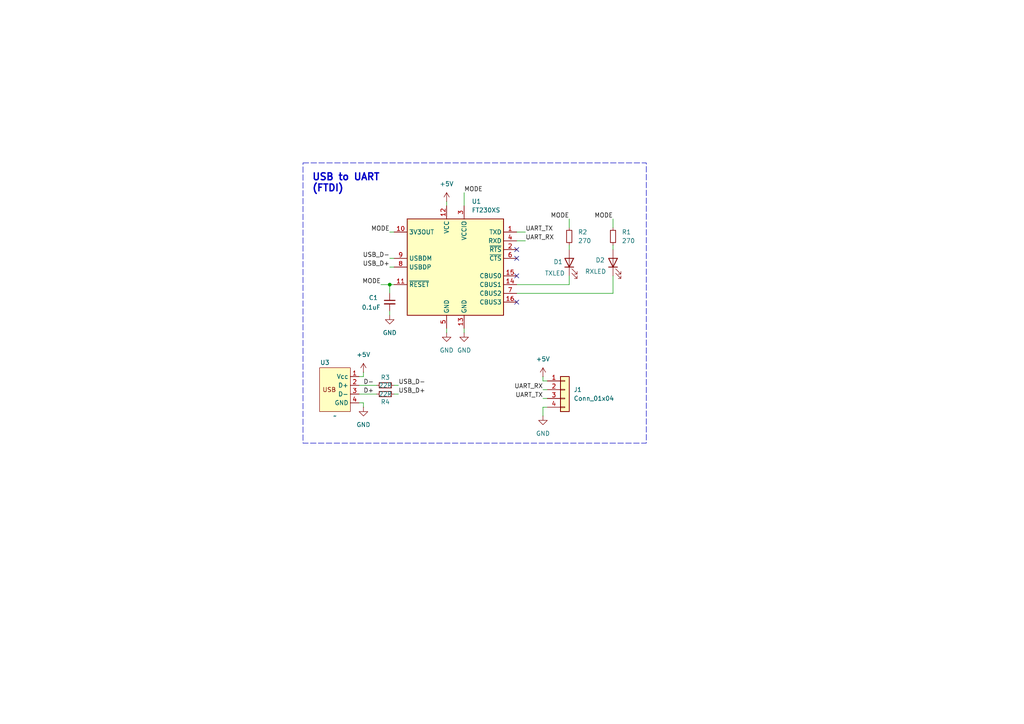
<source format=kicad_sch>
(kicad_sch (version 20231120) (generator "eeschema") (generator_version "8.0")
  (paper "A4")
  (title_block (title "USB FTDI to UART") (date "2024-05-30") (rev "2.0") (company "EngrEDU"))
  (lib_symbols
    (symbol "Connector_Generic:Conn_01x04" (pin_names (offset 1.016) hide)
      (property "Reference" "J" (at 0 5.08 0))
      (property "Value" "Conn_01x04" (at 0 -7.62 0))
      (symbol "Conn_01x04_1_1"
        (rectangle (start -1.27 -4.953) (end 0 -5.207) (stroke (width 0.1524)))
        (rectangle (start -1.27 -2.413) (end 0 -2.667) (stroke (width 0.1524)))
        (rectangle (start -1.27 0.127) (end 0 -0.127) (stroke (width 0.1524)))
        (rectangle (start -1.27 2.667) (end 0 2.413) (stroke (width 0.1524)))
        (rectangle (start -1.27 3.81) (end 1.27 -6.35) (stroke (width 0.254)) (fill (type background)))
        (pin passive line (at -5.08 2.54 0) (length 3.81) (name "Pin_1") (number "1"))
        (pin passive line (at -5.08 0 0) (length 3.81) (name "Pin_2") (number "2"))
        (pin passive line (at -5.08 -2.54 0) (length 3.81) (name "Pin_3") (number "3"))
        (pin passive line (at -5.08 -5.08 0) (length 3.81) (name "Pin_4") (number "4"))
      )
    )
    (symbol "Device:C_Small" (pin_numbers hide) (pin_names (offset 0.254) hide)
      (property "Reference" "C" (at 0.254 1.778 0))
      (property "Value" "C_Small" (at 0.254 -2.032 0))
      (symbol "C_Small_0_1"
        (polyline (pts (xy -1.524 -0.508) (xy 1.524 -0.508)) (stroke (width 0.3302)))
        (polyline (pts (xy -1.524 0.508) (xy 1.524 0.508)) (stroke (width 0.3048)))
      )
      (symbol "C_Small_1_1"
        (pin passive line (at 0 2.54 270) (length 2.032) (name "~") (number "1"))
        (pin passive line (at 0 -2.54 90) (length 2.032) (name "~") (number "2"))
      )
    )
    (symbol "Device:LED" (pin_numbers hide) (pin_names (offset 1.016) hide)
      (property "Reference" "D" (at 0 2.54 0))
      (property "Value" "LED" (at 0 -2.54 0))
      (symbol "LED_0_1"
        (polyline (pts (xy -1.27 -1.27) (xy -1.27 1.27)) (stroke (width 0.254)))
        (polyline (pts (xy -1.27 0) (xy 1.27 0)))
        (polyline (pts (xy 1.27 -1.27) (xy 1.27 1.27) (xy -1.27 0) (xy 1.27 -1.27)) (stroke (width 0.254)))
        (polyline (pts (xy -3.048 -0.762) (xy -4.572 -2.286) (xy -3.81 -2.286) (xy -4.572 -2.286) (xy -4.572 -1.524)))
        (polyline (pts (xy -1.778 -0.762) (xy -3.302 -2.286) (xy -2.54 -2.286) (xy -3.302 -2.286) (xy -3.302 -1.524)))
      )
      (symbol "LED_1_1"
        (pin passive line (at -3.81 0 0) (length 2.54) (name "K") (number "1"))
        (pin passive line (at 3.81 0 180) (length 2.54) (name "A") (number "2"))
      )
    )
    (symbol "Device:R_Small" (pin_numbers hide) (pin_names (offset 0.254) hide)
      (property "Reference" "R" (at 0.762 0.508 0))
      (property "Value" "R_Small" (at 0.762 -1.016 0))
      (symbol "R_Small_0_1"
        (rectangle (start -0.762 1.778) (end 0.762 -1.778) (stroke (width 0.2032)))
      )
      (symbol "R_Small_1_1"
        (pin passive line (at 0 2.54 270) (length 0.762) (name "~") (number "1"))
        (pin passive line (at 0 -2.54 90) (length 0.762) (name "~") (number "2"))
      )
    )
    (symbol "Interface_USB:FT230XS"
      (property "Reference" "U" (at -13.97 15.24 0))
      (property "Value" "FT230XS" (at 7.62 15.24 0))
      (symbol "FT230XS_0_1"
        (rectangle (start -13.97 13.97) (end 13.97 -13.97) (stroke (width 0.254)) (fill (type background)))
      )
      (symbol "FT230XS_1_1"
        (pin output line (at 17.78 10.16 180) (length 3.81) (name "TXD") (number "1"))
        (pin power_out line (at -17.78 10.16 0) (length 3.81) (name "3V3OUT") (number "10"))
        (pin input line (at -17.78 -5.08 0) (length 3.81) (name "~{RESET}") (number "11"))
        (pin power_in line (at -2.54 17.78 270) (length 3.81) (name "VCC") (number "12"))
        (pin power_in line (at 2.54 -17.78 90) (length 3.81) (name "GND") (number "13"))
        (pin bidirectional line (at 17.78 -5.08 180) (length 3.81) (name "CBUS1") (number "14"))
        (pin bidirectional line (at 17.78 -2.54 180) (length 3.81) (name "CBUS0") (number "15"))
        (pin bidirectional line (at 17.78 -10.16 180) (length 3.81) (name "CBUS3") (number "16"))
        (pin output line (at 17.78 5.08 180) (length 3.81) (name "~{RTS}") (number "2"))
        (pin power_in line (at 2.54 17.78 270) (length 3.81) (name "VCCIO") (number "3"))
        (pin input line (at 17.78 7.62 180) (length 3.81) (name "RXD") (number "4"))
        (pin power_in line (at -2.54 -17.78 90) (length 3.81) (name "GND") (number "5"))
        (pin input line (at 17.78 2.54 180) (length 3.81) (name "~{CTS}") (number "6"))
        (pin bidirectional line (at 17.78 -7.62 180) (length 3.81) (name "CBUS2") (number "7"))
        (pin bidirectional line (at -17.78 0 0) (length 3.81) (name "USBDP") (number "8"))
        (pin bidirectional line (at -17.78 2.54 0) (length 3.81) (name "USBDM") (number "9"))
      )
    )
    (symbol "USB_PCB_Connector:USB_PCB_Connector"
      (property "Reference" "U" (at 0 0 0))
      (symbol "USB_PCB_Connector_1_1"
        (rectangle (start 2.54 6.35) (end 11.43 -6.35) (fill (type background)))
        (text "USB" (at 8.636 0 0) (effects (font (size 1.27 1.27))))
        (pin power_in line (at 0 3.81 0) (length 2.54) (name "Vcc") (number "1"))
        (pin bidirectional line (at 0 1.27 0) (length 2.54) (name "D+") (number "2"))
        (pin bidirectional line (at 0 -1.27 0) (length 2.54) (name "D-") (number "3"))
        (pin power_in line (at 0 -3.81 0) (length 2.54) (name "GND") (number "4"))
      )
    )
    (symbol "power:+5V" (power) (pin_numbers hide) (pin_names (offset 0) hide)
      (property "Value" "+5V" (at 0 3.556 0))
      (symbol "+5V_0_1"
        (polyline (pts (xy -0.762 1.27) (xy 0 2.54)))
        (polyline (pts (xy 0 0) (xy 0 2.54)))
        (polyline (pts (xy 0 2.54) (xy 0.762 1.27)))
      )
      (symbol "+5V_1_1"
        (pin power_in line (at 0 0 90) (length 0) (name "~") (number "1"))
      )
    )
    (symbol "power:GND" (power) (pin_numbers hide) (pin_names (offset 0) hide)
      (property "Value" "GND" (at 0 -3.81 0))
      (symbol "GND_0_1"
        (polyline (pts (xy 0 0) (xy 0 -1.27) (xy 1.27 -1.27) (xy 0 -2.54) (xy -1.27 -1.27) (xy 0 -1.27)))
      )
      (symbol "GND_1_1"
        (pin power_in line (at 0 0 270) (length 0) (name "~") (number "1"))
      )
    )
  )
  (junction (at 113.03 82.55))
  (no_connect (at 149.86 74.93))
  (no_connect (at 149.86 87.63))
  (no_connect (at 149.86 80.01))
  (no_connect (at 149.86 72.39))
  (wire (pts (xy 149.86 69.85) (xy 152.4 69.85)))
  (wire (pts (xy 105.41 109.22) (xy 105.41 107.95)))
  (wire (pts (xy 158.75 110.49) (xy 157.48 110.49)))
  (wire (pts (xy 113.03 82.55) (xy 114.3 82.55)))
  (wire (pts (xy 134.62 55.88) (xy 134.62 59.69)))
  (wire (pts (xy 134.62 95.25) (xy 134.62 96.52)))
  (wire (pts (xy 165.1 63.5) (xy 165.1 66.04)))
  (wire (pts (xy 114.3 111.76) (xy 115.57 111.76)))
  (wire (pts (xy 110.49 82.55) (xy 113.03 82.55)))
  (wire (pts (xy 113.03 74.93) (xy 114.3 74.93)))
  (wire (pts (xy 104.14 109.22) (xy 105.41 109.22)))
  (wire (pts (xy 105.41 118.11) (xy 105.41 116.84)))
  (wire (pts (xy 177.8 63.5) (xy 177.8 66.04)))
  (wire (pts (xy 165.1 71.12) (xy 165.1 72.39)))
  (wire (pts (xy 157.48 115.57) (xy 158.75 115.57)))
  (wire (pts (xy 165.1 82.55) (xy 165.1 80.01)))
  (wire (pts (xy 113.03 85.09) (xy 113.03 82.55)))
  (wire (pts (xy 157.48 110.49) (xy 157.48 109.22)))
  (wire (pts (xy 105.41 116.84) (xy 104.14 116.84)))
  (wire (pts (xy 104.14 111.76) (xy 109.22 111.76)))
  (wire (pts (xy 149.86 67.31) (xy 152.4 67.31)))
  (wire (pts (xy 129.54 58.42) (xy 129.54 59.69)))
  (wire (pts (xy 104.14 114.3) (xy 109.22 114.3)))
  (wire (pts (xy 177.8 85.09) (xy 177.8 80.01)))
  (wire (pts (xy 113.03 67.31) (xy 114.3 67.31)))
  (wire (pts (xy 177.8 71.12) (xy 177.8 72.39)))
  (wire (pts (xy 157.48 113.03) (xy 158.75 113.03)))
  (wire (pts (xy 157.48 118.11) (xy 158.75 118.11)))
  (wire (pts (xy 129.54 95.25) (xy 129.54 96.52)))
  (wire (pts (xy 114.3 114.3) (xy 115.57 114.3)))
  (wire (pts (xy 149.86 85.09) (xy 177.8 85.09)))
  (wire (pts (xy 157.48 120.65) (xy 157.48 118.11)))
  (wire (pts (xy 113.03 77.47) (xy 114.3 77.47)))
  (wire (pts (xy 149.86 82.55) (xy 165.1 82.55)))
  (wire (pts (xy 113.03 90.17) (xy 113.03 91.44)))
  (rectangle (start 87.884 47.244) (end 187.452 128.524) (stroke (width 0) (type dash)))
  (text "USB to UART\n(FTDI)" (at 90.424 53.086 0) (effects (font (size 2 2) (thickness 0.4) (bold yes)) (justify left)))
  (label "MODE" (at 165.1 63.5 180))
  (label "USB_D-" (at 113.03 74.93 180))
  (label "UART_RX" (at 152.4 69.85 0))
  (label "USB_D-" (at 115.57 111.76 0))
  (label "MODE" (at 110.49 82.55 180))
  (label "MODE" (at 177.8 63.5 180))
  (label "USB_D+" (at 113.03 77.47 180))
  (label "UART_TX" (at 157.48 115.57 180))
  (label "D+" (at 105.41 114.3 0))
  (label "MODE" (at 134.62 55.88 0))
  (label "MODE" (at 113.03 67.31 180))
  (label "USB_D+" (at 115.57 114.3 0))
  (label "D-" (at 105.41 111.76 0))
  (label "UART_RX" (at 157.48 113.03 180))
  (label "UART_TX" (at 152.4 67.31 0))
  (symbol (lib_id "USB_PCB_Connector:USB_PCB_Connector") (at 104.14 113.03 0) (mirror y) (unit 1)
    (property "Reference" "U3" (at 94.234 105.156 0))
    (property "Value" "~" (at 97.155 120.65 0))
    (property "Footprint" "USB_PCB_Connector:USB_PCB_Connector_SMD" (effects (hide yes)))
  )
  (symbol (lib_id "Device:R_Small") (at 177.8 68.58 0) (unit 1)
    (property "Reference" "R1" (at 180.34 67.3099 0) (effects (justify left)))
    (property "Value" "270" (at 180.34 69.8499 0) (effects (justify left)))
    (property "Footprint" "Resistor_SMD:R_0805_2012Metric_Pad1.20x1.40mm_HandSolder" (effects (hide yes)))
    (property "Description" "Resistor, small symbol" (effects (hide yes)))
  )
  (symbol (lib_id "Device:R_Small") (at 111.76 114.3 90) (unit 1)
    (property "Reference" "R4" (at 111.76 116.586 90))
    (property "Value" "22R" (at 111.76 114.3 90))
    (property "Footprint" "Resistor_SMD:R_0805_2012Metric_Pad1.20x1.40mm_HandSolder" (effects (hide yes)))
    (property "Description" "Resistor, small symbol" (effects (hide yes)))
  )
  (symbol (lib_id "power:GND") (at 157.48 120.65 0) (unit 1)
    (property "Reference" "#PWR06" (effects (hide yes)))
    (property "Value" "GND" (at 157.48 125.73 0))
    (property "Description" "Power symbol creates a global label with name \"GND\" , ground" (effects (hide yes)))
  )
  (symbol (lib_id "Device:C_Small") (at 113.03 87.63 0) (unit 1)
    (property "Reference" "C1" (at 106.934 86.36 0) (effects (justify left)))
    (property "Value" "0.1uF" (at 104.902 89.154 0) (effects (justify left)))
    (property "Footprint" "Capacitor_SMD:C_0805_2012Metric_Pad1.18x1.45mm_HandSolder" (effects (hide yes)))
    (property "Description" "Unpolarized capacitor, small symbol" (effects (hide yes)))
  )
  (symbol (lib_id "Device:R_Small") (at 165.1 68.58 0) (unit 1)
    (property "Reference" "R2" (at 167.64 67.3099 0) (effects (justify left)))
    (property "Value" "270" (at 167.64 69.8499 0) (effects (justify left)))
    (property "Footprint" "Resistor_SMD:R_0805_2012Metric_Pad1.20x1.40mm_HandSolder" (effects (hide yes)))
    (property "Description" "Resistor, small symbol" (effects (hide yes)))
  )
  (symbol (lib_id "Device:LED") (at 177.8 76.2 90) (unit 1)
    (property "Reference" "D2" (at 172.72 75.438 90) (effects (justify right)))
    (property "Value" "RXLED" (at 169.672 78.74 90) (effects (justify right)))
    (property "Footprint" "LED_SMD:LED_0805_2012Metric_Pad1.15x1.40mm_HandSolder" (effects (hide yes)))
    (property "Description" "Light emitting diode" (effects (hide yes)))
  )
  (symbol (lib_id "power:GND") (at 129.54 96.52 0) (unit 1)
    (property "Reference" "#PWR01" (effects (hide yes)))
    (property "Value" "GND" (at 129.54 101.6 0))
    (property "Description" "Power symbol creates a global label with name \"GND\" , ground" (effects (hide yes)))
  )
  (symbol (lib_id "power:GND") (at 105.41 118.11 0) (unit 1)
    (property "Reference" "#PWR09" (effects (hide yes)))
    (property "Value" "GND" (at 105.41 123.19 0))
    (property "Description" "Power symbol creates a global label with name \"GND\" , ground" (effects (hide yes)))
  )
  (symbol (lib_id "Connector_Generic:Conn_01x04") (at 163.83 113.03 0) (unit 1)
    (property "Reference" "J1" (at 166.37 113.0299 0) (effects (justify left)))
    (property "Value" "Conn_01x04" (at 166.37 115.5699 0) (effects (justify left)))
    (property "Footprint" "Connector_PinHeader_2.54mm:PinHeader_1x04_P2.54mm_Vertical" (effects (hide yes)))
    (property "Description" "Generic connector, single row, 01x04, script generated (kicad-library-utils/schlib/autogen/connector/)" (effects (hide yes)))
  )
  (symbol (lib_id "power:+5V") (at 105.41 107.95 0) (unit 1)
    (property "Reference" "#PWR010" (effects (hide yes)))
    (property "Value" "+5V" (at 105.41 102.87 0))
    (property "Description" "Power symbol creates a global label with name \"+5V\"" (effects (hide yes)))
  )
  (symbol (lib_id "power:+5V") (at 129.54 58.42 0) (unit 1)
    (property "Reference" "#PWR07" (effects (hide yes)))
    (property "Value" "+5V" (at 129.54 53.34 0))
    (property "Description" "Power symbol creates a global label with name \"+5V\"" (effects (hide yes)))
  )
  (symbol (lib_id "Device:LED") (at 165.1 76.2 90) (unit 1)
    (property "Reference" "D1" (at 160.528 75.946 90) (effects (justify right)))
    (property "Value" "TXLED" (at 157.988 79.248 90) (effects (justify right)))
    (property "Footprint" "LED_SMD:LED_0805_2012Metric_Pad1.15x1.40mm_HandSolder" (effects (hide yes)))
    (property "Description" "Light emitting diode" (effects (hide yes)))
  )
  (symbol (lib_id "Interface_USB:FT230XS") (at 132.08 77.47 0) (unit 1)
    (property "Reference" "U1" (at 136.8141 58.42 0) (effects (justify left)))
    (property "Value" "FT230XS" (at 136.8141 60.96 0) (effects (justify left)))
    (property "Footprint" "Package_SO:SSOP-16_3.9x4.9mm_P0.635mm" (effects (hide yes)))
    (property "Datasheet" "https://www.ftdichip.com/Support/Documents/DataSheets/ICs/DS_FT230X.pdf" (effects (hide yes)))
    (property "Description" "Full Speed USB to Basic UART, SSOP-16" (effects (hide yes)))
  )
  (symbol (lib_id "power:GND") (at 134.62 96.52 0) (unit 1)
    (property "Reference" "#PWR02" (effects (hide yes)))
    (property "Value" "GND" (at 134.62 101.6 0))
    (property "Description" "Power symbol creates a global label with name \"GND\" , ground" (effects (hide yes)))
  )
  (symbol (lib_id "power:GND") (at 113.03 91.44 0) (unit 1)
    (property "Reference" "#PWR03" (effects (hide yes)))
    (property "Value" "GND" (at 113.03 96.52 0))
    (property "Description" "Power symbol creates a global label with name \"GND\" , ground" (effects (hide yes)))
  )
  (symbol (lib_id "power:+5V") (at 157.48 109.22 0) (unit 1)
    (property "Reference" "#PWR08" (effects (hide yes)))
    (property "Value" "+5V" (at 157.48 104.14 0))
    (property "Description" "Power symbol creates a global label with name \"+5V\"" (effects (hide yes)))
  )
  (symbol (lib_id "Device:R_Small") (at 111.76 111.76 90) (unit 1)
    (property "Reference" "R3" (at 111.76 109.474 90))
    (property "Value" "22R" (at 111.76 111.76 90))
    (property "Footprint" "Resistor_SMD:R_0805_2012Metric_Pad1.20x1.40mm_HandSolder" (effects (hide yes)))
    (property "Description" "Resistor, small symbol" (effects (hide yes)))
  )
)
</source>
